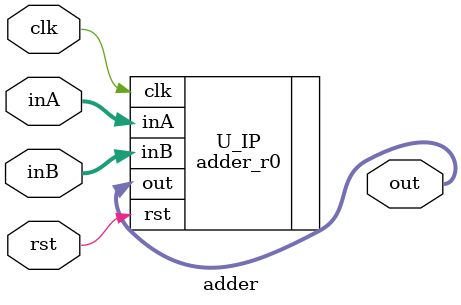
<source format=v>
/*
DESCRIPTION

NOTES

TODO

*/

module adder #(
	parameter BIT_WIDTH = 32,
	parameter DELAY = 0,
	parameter ARCH_SEL = 0
)(
	input clk,
	input rst,
	input [BIT_WIDTH-1:0] inA,
	input [BIT_WIDTH-1:0] inB,
	output [BIT_WIDTH:0] out
);

/**********
 * Internal Signals
**********/

/**********
 * Glue Logic 
 **********/
/**********
 * Synchronous Logic
 **********/
/**********
 * Glue Logic 
 **********/
/**********
 * Components
 **********/
 	adder_r0 #(
		.BIT_WIDTH(BIT_WIDTH),
		.DELAY(DELAY)
	)U_IP(
		.clk(clk),
		.rst(rst),
		.inA(inA),
		.inB(inB),
		.out(out)
	);
 
/**********
 * Output Combinatorial Logic
 **********/
endmodule

</source>
